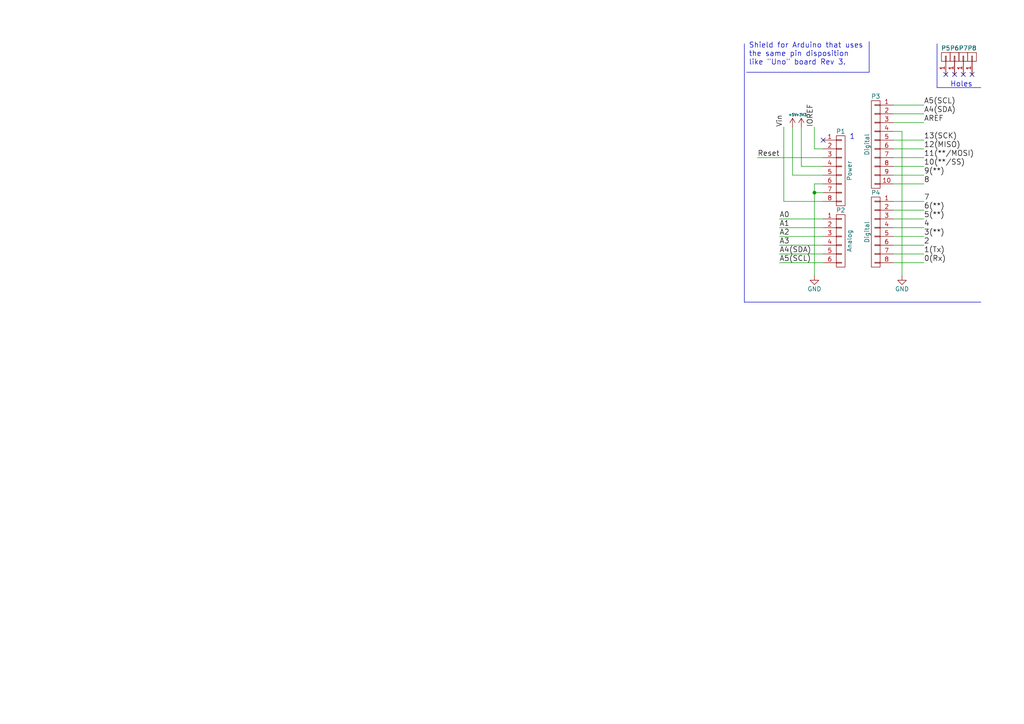
<source format=kicad_sch>
(kicad_sch (version 20230121) (generator eeschema)
  (paper "A4")
  (title_block (date "lun. 30 mars 2015"))
  (lib_symbols
    (symbol "Arduino_As_Uno-rescue:+3.3V" (power) (pin_names (offset 0))
      (property "Value" "+3.3V" (at 0 3.556 0))
      (symbol "+3.3V_0_1"
        (polyline (pts (xy -0.762 1.27) (xy 0 2.54)))
        (polyline (pts (xy 0 0) (xy 0 2.54)))
        (polyline (pts (xy 0 2.54) (xy 0.762 1.27)))
      )
      (symbol "+3.3V_1_1"
        (pin power_in line (at 0 0 90) (length 0) hide (name "+3V3") (number "1"))
      )
    )
    (symbol "Arduino_As_Uno-rescue:+5V" (power) (pin_names (offset 0))
      (property "Value" "+5V" (at 0 3.556 0))
      (symbol "+5V_0_1"
        (polyline (pts (xy -0.762 1.27) (xy 0 2.54)))
        (polyline (pts (xy 0 0) (xy 0 2.54)))
        (polyline (pts (xy 0 2.54) (xy 0.762 1.27)))
      )
      (symbol "+5V_1_1"
        (pin power_in line (at 0 0 90) (length 0) hide (name "+5V") (number "1"))
      )
    )
    (symbol "Arduino_As_Uno-rescue:CONN_01X01" (pin_names (offset 1.016) hide)
      (property "Reference" "P" (at 0 2.54 0))
      (property "Value" "CONN_01X01" (at 2.54 0 90))
      (symbol "CONN_01X01_0_1"
        (rectangle (start -1.27 0.127) (end 0.254 -0.127))
        (rectangle (start -1.27 1.27) (end 1.27 -1.27))
      )
      (symbol "CONN_01X01_1_1"
        (pin passive line (at -5.08 0 0) (length 3.81) (name "P1") (number "1"))
      )
    )
    (symbol "Arduino_As_Uno-rescue:CONN_01X06" (pin_names (offset 1.016) hide)
      (property "Reference" "P" (at 0 8.89 0))
      (property "Value" "CONN_01X06" (at 2.54 0 90))
      (symbol "CONN_01X06_0_1"
        (rectangle (start -1.27 -6.223) (end 0.254 -6.477))
        (rectangle (start -1.27 -3.683) (end 0.254 -3.937))
        (rectangle (start -1.27 -1.143) (end 0.254 -1.397))
        (rectangle (start -1.27 1.397) (end 0.254 1.143))
        (rectangle (start -1.27 3.937) (end 0.254 3.683))
        (rectangle (start -1.27 6.477) (end 0.254 6.223))
        (rectangle (start -1.27 7.62) (end 1.27 -7.62))
      )
      (symbol "CONN_01X06_1_1"
        (pin passive line (at -5.08 6.35 0) (length 3.81) (name "P1") (number "1"))
        (pin passive line (at -5.08 3.81 0) (length 3.81) (name "P2") (number "2"))
        (pin passive line (at -5.08 1.27 0) (length 3.81) (name "P3") (number "3"))
        (pin passive line (at -5.08 -1.27 0) (length 3.81) (name "P4") (number "4"))
        (pin passive line (at -5.08 -3.81 0) (length 3.81) (name "P5") (number "5"))
        (pin passive line (at -5.08 -6.35 0) (length 3.81) (name "P6") (number "6"))
      )
    )
    (symbol "Arduino_As_Uno-rescue:CONN_01X08" (pin_names (offset 1.016) hide)
      (property "Reference" "P" (at 0 11.43 0))
      (property "Value" "CONN_01X08" (at 2.54 0 90))
      (symbol "CONN_01X08_0_1"
        (rectangle (start -1.27 -10.16) (end 1.27 10.16))
        (rectangle (start -1.27 -8.763) (end 0.254 -9.017))
        (rectangle (start -1.27 -6.223) (end 0.254 -6.477))
        (rectangle (start -1.27 -3.683) (end 0.254 -3.937))
        (rectangle (start -1.27 -1.143) (end 0.254 -1.397))
        (rectangle (start -1.27 1.397) (end 0.254 1.143))
        (rectangle (start -1.27 3.937) (end 0.254 3.683))
        (rectangle (start -1.27 6.477) (end 0.254 6.223))
        (rectangle (start -1.27 9.017) (end 0.254 8.763))
      )
      (symbol "CONN_01X08_1_1"
        (pin passive line (at -5.08 8.89 0) (length 3.81) (name "P1") (number "1"))
        (pin passive line (at -5.08 6.35 0) (length 3.81) (name "P2") (number "2"))
        (pin passive line (at -5.08 3.81 0) (length 3.81) (name "P3") (number "3"))
        (pin passive line (at -5.08 1.27 0) (length 3.81) (name "P4") (number "4"))
        (pin passive line (at -5.08 -1.27 0) (length 3.81) (name "P5") (number "5"))
        (pin passive line (at -5.08 -3.81 0) (length 3.81) (name "P6") (number "6"))
        (pin passive line (at -5.08 -6.35 0) (length 3.81) (name "P7") (number "7"))
        (pin passive line (at -5.08 -8.89 0) (length 3.81) (name "P8") (number "8"))
      )
    )
    (symbol "Arduino_As_Uno-rescue:CONN_01X10" (pin_names (offset 1.016) hide)
      (property "Reference" "P" (at 0 13.97 0))
      (property "Value" "CONN_01X10" (at 2.54 0 90))
      (symbol "CONN_01X10_0_1"
        (rectangle (start -1.27 -11.303) (end 0.254 -11.557))
        (rectangle (start -1.27 -8.763) (end 0.254 -9.017))
        (rectangle (start -1.27 -6.223) (end 0.254 -6.477))
        (rectangle (start -1.27 -3.683) (end 0.254 -3.937))
        (rectangle (start -1.27 -1.143) (end 0.254 -1.397))
        (rectangle (start -1.27 1.397) (end 0.254 1.143))
        (rectangle (start -1.27 3.937) (end 0.254 3.683))
        (rectangle (start -1.27 6.477) (end 0.254 6.223))
        (rectangle (start -1.27 9.017) (end 0.254 8.763))
        (rectangle (start -1.27 11.557) (end 0.254 11.303))
        (rectangle (start -1.27 12.7) (end 1.27 -12.7))
      )
      (symbol "CONN_01X10_1_1"
        (pin passive line (at -5.08 11.43 0) (length 3.81) (name "P1") (number "1"))
        (pin passive line (at -5.08 -11.43 0) (length 3.81) (name "P10") (number "10"))
        (pin passive line (at -5.08 8.89 0) (length 3.81) (name "P2") (number "2"))
        (pin passive line (at -5.08 6.35 0) (length 3.81) (name "P3") (number "3"))
        (pin passive line (at -5.08 3.81 0) (length 3.81) (name "P4") (number "4"))
        (pin passive line (at -5.08 1.27 0) (length 3.81) (name "P5") (number "5"))
        (pin passive line (at -5.08 -1.27 0) (length 3.81) (name "P6") (number "6"))
        (pin passive line (at -5.08 -3.81 0) (length 3.81) (name "P7") (number "7"))
        (pin passive line (at -5.08 -6.35 0) (length 3.81) (name "P8") (number "8"))
        (pin passive line (at -5.08 -8.89 0) (length 3.81) (name "P9") (number "9"))
      )
    )
    (symbol "Arduino_As_Uno-rescue:GND" (power) (pin_names (offset 0))
      (property "Value" "GND" (at 0 -3.81 0))
      (symbol "GND_0_1"
        (polyline (pts (xy 0 0) (xy 0 -1.27) (xy 1.27 -1.27) (xy 0 -2.54) (xy -1.27 -1.27) (xy 0 -1.27)))
      )
      (symbol "GND_1_1"
        (pin power_in line (at 0 0 270) (length 0) hide (name "GND") (number "1"))
      )
    )
  )
  (junction (at 236.22 55.88))
  (no_connect (at 281.94 21.59))
  (no_connect (at 274.32 21.59))
  (no_connect (at 279.4 21.59))
  (no_connect (at 276.86 21.59))
  (no_connect (at 238.76 40.64))
  (wire (pts (xy 232.41 48.26) (xy 232.41 36.83)))
  (wire (pts (xy 259.08 48.26) (xy 267.97 48.26)))
  (wire (pts (xy 259.08 63.5) (xy 267.97 63.5)))
  (wire (pts (xy 259.08 35.56) (xy 267.97 35.56)))
  (wire (pts (xy 238.76 66.04) (xy 226.06 66.04)))
  (wire (pts (xy 238.76 68.58) (xy 226.06 68.58)))
  (wire (pts (xy 236.22 55.88) (xy 236.22 80.01)))
  (wire (pts (xy 227.33 58.42) (xy 227.33 36.83)))
  (polyline (pts (xy 252.095 20.955) (xy 252.095 12.065)))
  (wire (pts (xy 238.76 58.42) (xy 227.33 58.42)))
  (wire (pts (xy 229.87 50.8) (xy 229.87 36.83)))
  (wire (pts (xy 259.08 66.04) (xy 267.97 66.04)))
  (wire (pts (xy 259.08 40.64) (xy 267.97 40.64)))
  (wire (pts (xy 238.76 45.72) (xy 219.71 45.72)))
  (wire (pts (xy 238.76 76.2) (xy 226.06 76.2)))
  (wire (pts (xy 259.08 76.2) (xy 267.97 76.2)))
  (wire (pts (xy 236.22 36.83) (xy 236.22 43.18)))
  (wire (pts (xy 238.76 73.66) (xy 226.06 73.66)))
  (polyline (pts (xy 271.78 25.4) (xy 271.78 12.7)))
  (wire (pts (xy 259.08 60.96) (xy 267.97 60.96)))
  (wire (pts (xy 259.08 58.42) (xy 267.97 58.42)))
  (wire (pts (xy 238.76 53.34) (xy 236.22 53.34)))
  (wire (pts (xy 259.08 71.12) (xy 267.97 71.12)))
  (wire (pts (xy 259.08 43.18) (xy 267.97 43.18)))
  (wire (pts (xy 259.08 33.02) (xy 267.97 33.02)))
  (polyline (pts (xy 215.9 87.63) (xy 284.48 87.63)))
  (wire (pts (xy 259.08 30.48) (xy 267.97 30.48)))
  (wire (pts (xy 238.76 48.26) (xy 232.41 48.26)))
  (wire (pts (xy 259.08 38.1) (xy 261.62 38.1)))
  (wire (pts (xy 238.76 55.88) (xy 236.22 55.88)))
  (wire (pts (xy 236.22 43.18) (xy 238.76 43.18)))
  (polyline (pts (xy 284.48 25.4) (xy 271.78 25.4)))
  (polyline (pts (xy 215.9 12.7) (xy 215.9 87.63)))
  (wire (pts (xy 261.62 38.1) (xy 261.62 80.01)))
  (wire (pts (xy 259.08 45.72) (xy 267.97 45.72)))
  (wire (pts (xy 238.76 50.8) (xy 229.87 50.8)))
  (polyline (pts (xy 216.535 20.955) (xy 252.095 20.955)))
  (wire (pts (xy 259.08 53.34) (xy 267.97 53.34)))
  (wire (pts (xy 238.76 63.5) (xy 226.06 63.5)))
  (wire (pts (xy 259.08 68.58) (xy 267.97 68.58)))
  (wire (pts (xy 259.08 50.8) (xy 267.97 50.8)))
  (wire (pts (xy 259.08 73.66) (xy 267.97 73.66)))
  (wire (pts (xy 238.76 71.12) (xy 226.06 71.12)))
  (wire (pts (xy 236.22 53.34) (xy 236.22 55.88)))
  (text "Holes" (at 275.59 25.4 0) (effects (font (size 1.524 1.524)) (justify left bottom)))
  (text "1" (at 246.38 40.64 0) (effects (font (size 1.524 1.524)) (justify left bottom)))
  (text "Shield for Arduino that uses\nthe same pin disposition\nlike \"Uno\" board Rev 3." (at 217.17 19.05 0) (effects (font (size 1.524 1.524)) (justify left bottom)))
  (label "3(**)" (at 267.97 68.58 0) (effects (font (size 1.524 1.524))))
  (label "2" (at 267.97 71.12 0) (effects (font (size 1.524 1.524))))
  (label "A2" (at 226.06 68.58 0) (effects (font (size 1.524 1.524))))
  (label "9(**)" (at 267.97 50.8 0) (effects (font (size 1.524 1.524))))
  (label "1(Tx)" (at 267.97 73.66 0) (effects (font (size 1.524 1.524))))
  (label "8" (at 267.97 53.34 0) (effects (font (size 1.524 1.524))))
  (label "A3" (at 226.06 71.12 0) (effects (font (size 1.524 1.524))))
  (label "Reset" (at 219.71 45.72 0) (effects (font (size 1.524 1.524))))
  (label "13(SCK)" (at 267.97 40.64 0) (effects (font (size 1.524 1.524))))
  (label "IOREF" (at 236.22 36.83 90) (effects (font (size 1.524 1.524))))
  (label "A0" (at 226.06 63.5 0) (effects (font (size 1.524 1.524))))
  (label "AREF" (at 267.97 35.56 0) (effects (font (size 1.524 1.524))))
  (label "6(**)" (at 267.97 60.96 0) (effects (font (size 1.524 1.524))))
  (label "A5(SCL)" (at 267.97 30.48 0) (effects (font (size 1.524 1.524))))
  (label "0(Rx)" (at 267.97 76.2 0) (effects (font (size 1.524 1.524))))
  (label "Vin" (at 227.33 36.83 90) (effects (font (size 1.524 1.524))))
  (label "10(**/SS)" (at 267.97 48.26 0) (effects (font (size 1.524 1.524))))
  (label "4" (at 267.97 66.04 0) (effects (font (size 1.524 1.524))))
  (label "12(MISO)" (at 267.97 43.18 0) (effects (font (size 1.524 1.524))))
  (label "5(**)" (at 267.97 63.5 0) (effects (font (size 1.524 1.524))))
  (label "A4(SDA)" (at 267.97 33.02 0) (effects (font (size 1.524 1.524))))
  (label "11(**/MOSI)" (at 267.97 45.72 0) (effects (font (size 1.524 1.524))))
  (label "A1" (at 226.06 66.04 0) (effects (font (size 1.524 1.524))))
  (label "A5(SCL)" (at 226.06 76.2 0) (effects (font (size 1.524 1.524))))
  (label "7" (at 267.97 58.42 0) (effects (font (size 1.524 1.524))))
  (label "A4(SDA)" (at 226.06 73.66 0) (effects (font (size 1.524 1.524))))
  (symbol (lib_id "Arduino_As_Uno-rescue:CONN_01X08") (at 243.84 49.53 0) (unit 1)
    (property "Reference" "P1" (at 243.84 38.1 0))
    (property "Value" "Power" (at 246.38 49.53 90))
    (property "Footprint" "Socket_Arduino_Uno:Socket_Strip_Arduino_1x08" (effects hide))
  )
  (symbol (lib_id "Arduino_As_Uno-rescue:+3.3V") (at 232.41 36.83 0) (unit 1)
    (property "Reference" "#PWR01" (effects hide))
    (property "Value" "+3.3V" (at 232.41 33.274 0) (effects (font (size 0.762 0.762))))
  )
  (symbol (lib_id "Arduino_As_Uno-rescue:+5V") (at 229.87 36.83 0) (unit 1)
    (property "Reference" "#PWR02" (effects hide))
    (property "Value" "+5V" (at 229.87 33.274 0) (effects (font (size 0.762 0.762))))
  )
  (symbol (lib_id "Arduino_As_Uno-rescue:GND") (at 236.22 80.01 0) (unit 1)
    (property "Reference" "#PWR03" (effects hide))
    (property "Value" "GND" (at 236.22 83.82 0))
  )
  (symbol (lib_id "Arduino_As_Uno-rescue:GND") (at 261.62 80.01 0) (unit 1)
    (property "Reference" "#PWR04" (effects hide))
    (property "Value" "GND" (at 261.62 83.82 0))
  )
  (symbol (lib_id "Arduino_As_Uno-rescue:CONN_01X06") (at 243.84 69.85 0) (unit 1)
    (property "Reference" "P2" (at 243.84 60.96 0))
    (property "Value" "Analog" (at 246.38 69.85 90))
    (property "Footprint" "Socket_Arduino_Uno:Socket_Strip_Arduino_1x06" (effects hide))
  )
  (symbol (lib_id "Arduino_As_Uno-rescue:CONN_01X01") (at 274.32 16.51 90) (unit 1)
    (property "Reference" "P5" (at 274.32 13.97 90))
    (property "Value" "CONN_01X01" (effects hide))
    (property "Footprint" "Socket_Arduino_Uno:Arduino_1pin" (effects hide))
  )
  (symbol (lib_id "Arduino_As_Uno-rescue:CONN_01X01") (at 276.86 16.51 90) (unit 1)
    (property "Reference" "P6" (at 276.86 13.97 90))
    (property "Value" "CONN_01X01" (effects hide))
    (property "Footprint" "Socket_Arduino_Uno:Arduino_1pin" (effects hide))
  )
  (symbol (lib_id "Arduino_As_Uno-rescue:CONN_01X01") (at 279.4 16.51 90) (unit 1)
    (property "Reference" "P7" (at 279.4 13.97 90))
    (property "Value" "CONN_01X01" (effects hide))
    (property "Footprint" "Socket_Arduino_Uno:Arduino_1pin" (effects hide))
  )
  (symbol (lib_id "Arduino_As_Uno-rescue:CONN_01X01") (at 281.94 16.51 90) (unit 1)
    (property "Reference" "P8" (at 281.94 13.97 90))
    (property "Value" "CONN_01X01" (effects hide))
    (property "Footprint" "Socket_Arduino_Uno:Arduino_1pin" (effects hide))
  )
  (symbol (lib_id "Arduino_As_Uno-rescue:CONN_01X08") (at 254 67.31 0) (mirror y) (unit 1)
    (property "Reference" "P4" (at 254 55.88 0))
    (property "Value" "Digital" (at 251.46 67.31 90))
    (property "Footprint" "Socket_Arduino_Uno:Socket_Strip_Arduino_1x08" (effects hide))
  )
  (symbol (lib_id "Arduino_As_Uno-rescue:CONN_01X10") (at 254 41.91 0) (mirror y) (unit 1)
    (property "Reference" "P3" (at 254 27.94 0))
    (property "Value" "Digital" (at 251.46 41.91 90))
    (property "Footprint" "Socket_Arduino_Uno:Socket_Strip_Arduino_1x10" (effects hide))
  )
)
</source>
